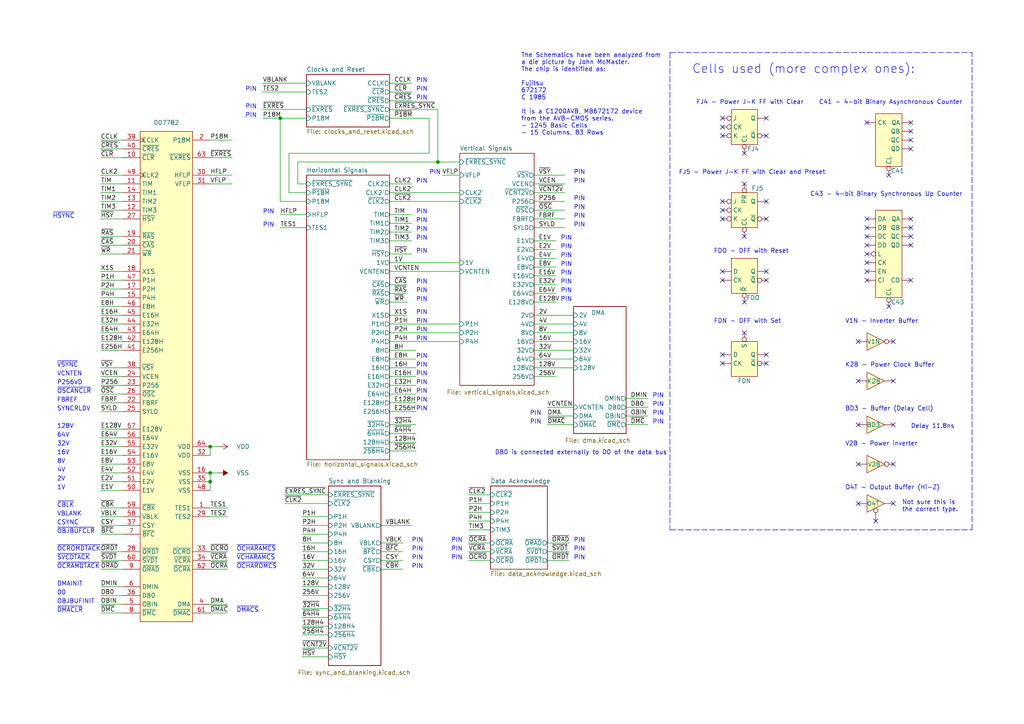
<source format=kicad_sch>
(kicad_sch (version 20231120) (generator "eeschema") (generator_version "8.0")
  (paper "A4")
  (title_block (title "Konami 007782") (date "2023-08-09") (company "Ulf Skutnabba, twitter: @skutis77"))
  (lib_symbols
    (symbol "ga_fujitsu_av:BD3"
      (property "Reference" "U" (at 0 3.81 0))
      (property "Value" "BD3" (at -0.635 0 0))
      (symbol "BD3_1_1"
        (polyline (pts (xy -2.54 2.54) (xy -2.54 -2.54) (xy 2.54 0) (xy -2.54 2.54)) (fill (type background)))
        (pin input line (at -5.08 0 0) (length 2.54) (name "") (number ""))
        (pin output line (at 5.08 0 180) (length 2.54) (name "") (number ""))
      )
    )
    (symbol "ga_fujitsu_av:C41"
      (property "Reference" "U" (at 0 8.89 0))
      (property "Value" "C41" (at 2.54 -8.89 0))
      (symbol "C41_1_1"
        (rectangle (start -3.81 7.62) (end 3.81 -7.62) (fill (type background)))
        (pin input line (at -6.35 5.08 0) (length 2.54) (name "CK") (number ""))
        (pin input inverted (at 0 -10.16 90) (length 2.54) (name "CL") (number ""))
        (pin output line (at 6.35 5.08 180) (length 2.54) (name "QA") (number ""))
        (pin output line (at 6.35 2.54 180) (length 2.54) (name "QB") (number ""))
        (pin output line (at 6.35 0 180) (length 2.54) (name "QC") (number ""))
        (pin output line (at 6.35 -2.54 180) (length 2.54) (name "QD") (number ""))
      )
    )
    (symbol "ga_fujitsu_av:C43"
      (property "Reference" "U" (at 0 13.97 0))
      (property "Value" "C43" (at 2.54 -13.97 0))
      (symbol "C43_1_1"
        (rectangle (start -3.81 12.7) (end 3.81 -12.7) (fill (type background)))
        (pin input line (at -6.35 10.16 0) (length 2.54) (name "DA") (number "1"))
        (pin output line (at 6.35 10.16 180) (length 2.54) (name "QA") (number "10"))
        (pin output line (at 6.35 7.62 180) (length 2.54) (name "QB") (number "11"))
        (pin output line (at 6.35 5.08 180) (length 2.54) (name "QC") (number "12"))
        (pin output line (at 6.35 2.54 180) (length 2.54) (name "QD") (number "13"))
        (pin output line (at 6.35 -7.62 180) (length 2.54) (name "CO") (number "14"))
        (pin input line (at -6.35 7.62 0) (length 2.54) (name "DB") (number "2"))
        (pin input line (at -6.35 5.08 0) (length 2.54) (name "DC") (number "3"))
        (pin input line (at -6.35 2.54 0) (length 2.54) (name "DD") (number "4"))
        (pin input inverted (at -6.35 0 0) (length 2.54) (name "L") (number "5"))
        (pin input line (at -6.35 -2.54 0) (length 2.54) (name "CK") (number "6"))
        (pin input line (at -6.35 -5.08 0) (length 2.54) (name "EN") (number "7"))
        (pin input line (at -6.35 -7.62 0) (length 2.54) (name "CI") (number "8"))
        (pin input inverted (at 0 -15.24 90) (length 2.54) (name "CL") (number "9"))
      )
    )
    (symbol "ga_fujitsu_av:FDN"
      (property "Reference" "U" (at 2.54 6.35 0))
      (property "Value" "FDN" (at 0 -6.35 0))
      (symbol "FDN_1_1"
        (rectangle (start -3.81 5.08) (end 3.81 -5.08) (fill (type background)))
        (pin input line (at -6.35 -1.27 0) (length 2.54) (name "CK") (number ""))
        (pin input line (at -6.35 1.27 0) (length 2.54) (name "D") (number ""))
        (pin output line (at 6.35 1.27 180) (length 2.54) (name "Q") (number ""))
        (pin input inverted (at 0 7.62 270) (length 2.54) (name "S") (number ""))
        (pin output inverted (at 6.35 -1.27 180) (length 2.54) (name "~{Q}") (number ""))
      )
    )
    (symbol "ga_fujitsu_av:FDO"
      (property "Reference" "U" (at 2.54 6.35 0))
      (property "Value" "FDO" (at 2.54 -6.35 0))
      (symbol "FDO_1_1"
        (rectangle (start -3.81 5.08) (end 3.81 -5.08) (fill (type background)))
        (pin input line (at -6.35 -1.27 0) (length 2.54) (name "CK") (number ""))
        (pin input line (at -6.35 1.27 0) (length 2.54) (name "D") (number ""))
        (pin output line (at 6.35 1.27 180) (length 2.54) (name "Q") (number ""))
        (pin output inverted (at 6.35 -1.27 180) (length 2.54) (name "~{Q}") (number ""))
        (pin input inverted (at 0 -7.62 90) (length 2.54) (name "~{R}") (number ""))
      )
    )
    (symbol "ga_fujitsu_av:FJ4"
      (property "Reference" "U" (at 1.27 5.08 0))
      (property "Value" "FJ4" (at 2.54 -7.62 0))
      (symbol "FJ4_1_1"
        (rectangle (start -3.81 3.81) (end 3.81 -6.35) (fill (type background)))
        (pin input inverted (at -6.35 -1.27 0) (length 2.54) (name "CK") (number ""))
        (pin input inverted (at 0 -8.89 90) (length 2.54) (name "CL") (number ""))
        (pin input inverted (at -6.35 1.27 0) (length 2.54) (name "J") (number ""))
        (pin input inverted (at -6.35 -3.81 0) (length 2.54) (name "K") (number ""))
        (pin output line (at 6.35 1.27 180) (length 2.54) (name "Q") (number ""))
        (pin output inverted (at 6.35 -3.81 180) (length 2.54) (name "~{Q}") (number ""))
      )
    )
    (symbol "ga_fujitsu_av:FJ5"
      (property "Reference" "U" (at -2.54 6.35 0))
      (property "Value" "FJ5" (at 3.81 6.35 0))
      (symbol "FJ5_1_1"
        (rectangle (start -3.81 5.08) (end 3.81 -5.08) (fill (type background)))
        (pin input inverted (at -6.35 0 0) (length 2.54) (name "CK") (number ""))
        (pin input inverted (at 0 -7.62 90) (length 2.54) (name "CL") (number ""))
        (pin input inverted (at -6.35 2.54 0) (length 2.54) (name "J") (number ""))
        (pin input inverted (at -6.35 -2.54 0) (length 2.54) (name "K") (number ""))
        (pin input inverted (at 0 7.62 270) (length 2.54) (name "PR") (number ""))
        (pin output line (at 6.35 2.54 180) (length 2.54) (name "Q") (number ""))
        (pin output inverted (at 6.35 -2.54 180) (length 2.54) (name "~{Q}") (number ""))
      )
    )
    (symbol "ga_fujitsu_av:K2B"
      (property "Reference" "U" (at 0 3.81 0))
      (property "Value" "K2B" (at -0.5535 -0.0832 0))
      (symbol "K2B_1_1"
        (polyline (pts (xy -2.54 2.54) (xy -2.54 -2.54) (xy 2.54 0) (xy -2.54 2.54)) (fill (type background)))
        (pin input line (at -5.08 0 0) (length 2.54) (name "") (number ""))
        (pin output line (at 5.08 0 180) (length 2.54) (name "") (number ""))
      )
    )
    (symbol "ga_fujitsu_av:O4T"
      (property "Reference" "U" (at 0 2.54 0))
      (property "Value" "O4T" (at -0.762 0 0))
      (symbol "O4T_1_1"
        (polyline (pts (xy -2.54 2.54) (xy -2.54 -2.54) (xy 2.54 0) (xy -2.54 2.54)) (fill (type background)))
        (pin input line (at -5.08 0 0) (length 2.54) (name "") (number ""))
        (pin input inverted (at 0 -5.08 90) (length 3.683) (name "") (number ""))
        (pin output line (at 5.08 0 180) (length 2.54) (name "") (number ""))
      )
    )
    (symbol "ga_fujitsu_av:V1N"
      (property "Reference" "U" (at 0 2.54 0))
      (property "Value" "V1N" (at 0 -3.81 0))
      (symbol "V1N_1_1"
        (polyline (pts (xy -2.54 2.54) (xy -2.54 -2.54) (xy 2.54 0) (xy -2.54 2.54)) (fill (type background)))
        (pin input line (at -5.08 0 0) (length 2.54) (name "") (number ""))
        (pin output inverted (at 5.08 0 180) (length 2.54) (name "") (number ""))
      )
    )
    (symbol "ga_fujitsu_av:V2B"
      (property "Reference" "U" (at 0 3.81 0))
      (property "Value" "V2B" (at 1.27 6.35 0))
      (symbol "V2B_1_1"
        (polyline (pts (xy -2.54 2.54) (xy -2.54 -2.54) (xy 2.54 0) (xy -2.54 2.54)) (fill (type background)))
        (pin input line (at -5.08 0 0) (length 2.54) (name "") (number ""))
        (pin output inverted (at 5.08 0 180) (length 2.54) (name "") (number ""))
      )
    )
    (symbol "ga_konami:007782_internal"
      (property "Reference" "U" (at 0 74.93 0))
      (property "Value" "007782" (at 0 72.39 0))
      (symbol "007782_internal_0_1"
        (rectangle (start -7.62 71.12) (end 7.62 -71.12) (fill (type background)))
      )
      (symbol "007782_internal_1_1"
        (pin output line (at 12.7 -38.1 180) (length 5.08) (name "TES1") (number "1"))
        (pin input line (at -12.7 63.5 0) (length 5.08) (name "~{CLR}") (number "10"))
        (pin input line (at -12.7 55.88 0) (length 5.08) (name "TIM") (number "11"))
        (pin input line (at -12.7 48.26 0) (length 5.08) (name "TIM3") (number "12"))
        (pin input line (at -12.7 50.8 0) (length 5.08) (name "TIM2") (number "13"))
        (pin input line (at -12.7 53.34 0) (length 5.08) (name "TIM1") (number "14"))
        (pin input line (at -12.7 22.86 0) (length 5.08) (name "P4H") (number "15"))
        (pin power_out line (at 12.7 -27.94 180) (length 5.08) (name "VSS") (number "16"))
        (pin input line (at -12.7 25.4 0) (length 5.08) (name "P2H") (number "17"))
        (pin input line (at -12.7 30.48 0) (length 5.08) (name "X1S") (number "18"))
        (pin input line (at -12.7 40.64 0) (length 5.08) (name "~{RAS}") (number "19"))
        (pin output line (at 12.7 68.58 180) (length 5.08) (name "P18M") (number "2"))
        (pin input line (at -12.7 38.1 0) (length 5.08) (name "~{CAS}") (number "20"))
        (pin input line (at -12.7 35.56 0) (length 5.08) (name "~{WR}") (number "21"))
        (pin input line (at -12.7 -7.62 0) (length 5.08) (name "FBRF") (number "22"))
        (pin input line (at -12.7 -2.54 0) (length 5.08) (name "P256") (number "23"))
        (pin input line (at -12.7 0 0) (length 5.08) (name "VCEN") (number "24"))
        (pin input line (at -12.7 -10.16 0) (length 5.08) (name "SYLD") (number "25"))
        (pin input line (at -12.7 -5.08 0) (length 5.08) (name "~{OSC}") (number "26"))
        (pin input line (at -12.7 45.72 0) (length 5.08) (name "~{HSY}") (number "27"))
        (pin input line (at -12.7 -50.8 0) (length 5.08) (name "~{ORDT}") (number "28"))
        (pin output line (at 12.7 -40.64 180) (length 5.08) (name "TES2") (number "29"))
        (pin output line (at 12.7 58.42 180) (length 5.08) (name "HFLP") (number "30"))
        (pin output line (at 12.7 55.88 180) (length 5.08) (name "VFLP") (number "31"))
        (pin power_out line (at 12.7 -22.86 180) (length 5.08) (name "VDD") (number "32"))
        (pin output line (at 12.7 -50.8 180) (length 5.08) (name "~{OCRO}") (number "33"))
        (pin output line (at 12.7 -53.34 180) (length 5.08) (name "~{VCRA}") (number "34"))
        (pin power_out line (at 12.7 -30.48 180) (length 5.08) (name "VSS") (number "35"))
        (pin input line (at -12.7 -63.5 0) (length 5.08) (name "DB0") (number "36"))
        (pin input line (at -12.7 -43.18 0) (length 5.08) (name "CSY") (number "37"))
        (pin input line (at -12.7 2.54 0) (length 5.08) (name "~{VSY}") (number "38"))
        (pin input clock (at -12.7 68.58 0) (length 5.08) (name "CCLK") (number "39"))
        (pin output line (at 12.7 -66.04 180) (length 5.08) (name "DMA") (number "4"))
        (pin input line (at -12.7 66.04 0) (length 5.08) (name "~{CRES}") (number "40"))
        (pin input line (at -12.7 7.62 0) (length 5.08) (name "E256H") (number "41"))
        (pin input line (at -12.7 10.16 0) (length 5.08) (name "E128H") (number "42"))
        (pin input line (at -12.7 12.7 0) (length 5.08) (name "E64H") (number "43"))
        (pin input line (at -12.7 15.24 0) (length 5.08) (name "E32H") (number "44"))
        (pin input line (at -12.7 17.78 0) (length 5.08) (name "E16H") (number "45"))
        (pin input line (at -12.7 20.32 0) (length 5.08) (name "E8H") (number "46"))
        (pin input line (at -12.7 27.94 0) (length 5.08) (name "P1H") (number "47"))
        (pin power_out line (at 12.7 -33.02 180) (length 5.08) (name "VSS") (number "48"))
        (pin input clock (at -12.7 58.42 0) (length 5.08) (name "CLK2") (number "49"))
        (pin input line (at -12.7 -66.04 0) (length 5.08) (name "OBIN") (number "5"))
        (pin input line (at -12.7 -33.02 0) (length 5.08) (name "E1V") (number "50"))
        (pin input line (at -12.7 -30.48 0) (length 5.08) (name "E2V") (number "51"))
        (pin input line (at -12.7 -27.94 0) (length 5.08) (name "E4V") (number "52"))
        (pin input line (at -12.7 -25.4 0) (length 5.08) (name "E8V") (number "53"))
        (pin input line (at -12.7 -22.86 0) (length 5.08) (name "E16V") (number "54"))
        (pin input line (at -12.7 -20.32 0) (length 5.08) (name "E32V") (number "55"))
        (pin input line (at -12.7 -17.78 0) (length 5.08) (name "E64V") (number "56"))
        (pin input line (at -12.7 -15.24 0) (length 5.08) (name "E128V") (number "57"))
        (pin input line (at -12.7 -40.64 0) (length 5.08) (name "VBLK") (number "58"))
        (pin input line (at -12.7 -38.1 0) (length 5.08) (name "~{CBK}") (number "59"))
        (pin input line (at -12.7 -60.96 0) (length 5.08) (name "DMIN") (number "6"))
        (pin input line (at -12.7 -53.34 0) (length 5.08) (name "~{SVDT}") (number "60"))
        (pin output line (at 12.7 -68.58 180) (length 5.08) (name "~{DMAC}") (number "61"))
        (pin output line (at 12.7 -55.88 180) (length 5.08) (name "~{OCRA}") (number "62"))
        (pin output line (at 12.7 63.5 180) (length 5.08) (name "~{EXRES}") (number "63"))
        (pin power_out line (at 12.7 -20.32 180) (length 5.08) (name "VDD") (number "64"))
        (pin input line (at -12.7 -45.72 0) (length 5.08) (name "~{BFC}") (number "7"))
        (pin input line (at -12.7 -68.58 0) (length 5.08) (name "~{DMC}") (number "8"))
        (pin input line (at -12.7 -55.88 0) (length 5.08) (name "~{ORAD}") (number "9"))
      )
    )
    (symbol "power:VDD" (power) (pin_names (offset 0))
      (property "Value" "VDD" (at 0 3.81 0))
      (symbol "VDD_0_1"
        (polyline (pts (xy -0.762 1.27) (xy 0 2.54)))
        (polyline (pts (xy 0 0) (xy 0 2.54)))
        (polyline (pts (xy 0 2.54) (xy 0.762 1.27)))
      )
      (symbol "VDD_1_1"
        (pin power_in line (at 0 0 90) (length 0) hide (name "VDD") (number "1"))
      )
    )
    (symbol "power:VSS" (power) (pin_names (offset 0))
      (property "Value" "VSS" (at 0 3.81 0))
      (symbol "VSS_0_1"
        (polyline (pts (xy 0 0) (xy 0 2.54)))
        (polyline (pts (xy 0.762 1.27) (xy -0.762 1.27) (xy 0 2.54) (xy 0.762 1.27)) (fill (type outline)))
      )
      (symbol "VSS_1_1"
        (pin power_in line (at 0 0 90) (length 0) hide (name "VSS") (number "1"))
      )
    )
  )
  (junction (at 127 46.99))
  (junction (at 60.96 129.54))
  (junction (at 60.96 139.7))
  (junction (at 81.28 34.29))
  (junction (at 60.96 137.16))
  (no_connect (at 251.46 73.66))
  (no_connect (at 251.46 68.58))
  (no_connect (at 215.9 96.52))
  (no_connect (at 209.55 81.28))
  (no_connect (at 209.55 102.87))
  (no_connect (at 257.81 50.8))
  (no_connect (at 209.55 105.41))
  (no_connect (at 222.25 81.28))
  (no_connect (at 222.25 105.41))
  (no_connect (at 222.25 39.37))
  (no_connect (at 251.46 66.04))
  (no_connect (at 264.16 66.04))
  (no_connect (at 222.25 102.87))
  (no_connect (at 248.92 110.49))
  (no_connect (at 264.16 71.12))
  (no_connect (at 259.08 123.19))
  (no_connect (at 251.46 35.56))
  (no_connect (at 264.16 35.56))
  (no_connect (at 248.92 99.06))
  (no_connect (at 209.55 34.29))
  (no_connect (at 259.08 134.62))
  (no_connect (at 264.16 43.18))
  (no_connect (at 251.46 71.12))
  (no_connect (at 264.16 81.28))
  (no_connect (at 251.46 78.74))
  (no_connect (at 209.55 78.74))
  (no_connect (at 251.46 63.5))
  (no_connect (at 248.92 134.62))
  (no_connect (at 264.16 68.58))
  (no_connect (at 251.46 81.28))
  (no_connect (at 254 151.13))
  (no_connect (at 209.55 63.5))
  (no_connect (at 259.08 99.06))
  (no_connect (at 259.08 146.05))
  (no_connect (at 215.9 44.45))
  (no_connect (at 209.55 60.96))
  (no_connect (at 248.92 146.05))
  (no_connect (at 248.92 123.19))
  (no_connect (at 259.08 110.49))
  (no_connect (at 209.55 58.42))
  (no_connect (at 251.46 76.2))
  (no_connect (at 264.16 40.64))
  (no_connect (at 215.9 53.34))
  (no_connect (at 222.25 58.42))
  (no_connect (at 209.55 36.83))
  (no_connect (at 222.25 63.5))
  (no_connect (at 215.9 87.63))
  (no_connect (at 222.25 34.29))
  (no_connect (at 257.81 88.9))
  (no_connect (at 209.55 39.37))
  (no_connect (at 222.25 78.74))
  (no_connect (at 215.9 68.58))
  (no_connect (at 264.16 63.5))
  (no_connect (at 264.16 38.1))
  (wire (pts (xy 135.89 143.51) (xy 142.24 143.51)))
  (wire (pts (xy 60.96 162.56) (xy 66.04 162.56)))
  (wire (pts (xy 29.21 101.6) (xy 35.56 101.6)))
  (wire (pts (xy 135.89 146.05) (xy 142.24 146.05)))
  (wire (pts (xy 29.21 147.32) (xy 35.56 147.32)))
  (wire (pts (xy 113.03 24.13) (xy 119.38 24.13)))
  (wire (pts (xy 83.82 44.45) (xy 124.46 44.45)))
  (wire (pts (xy 60.96 40.64) (xy 67.31 40.64)))
  (wire (pts (xy 113.03 67.31) (xy 119.38 67.31)))
  (wire (pts (xy 154.94 66.04) (xy 163.83 66.04)))
  (wire (pts (xy 83.82 55.88) (xy 88.9 55.88)))
  (wire (pts (xy 29.21 96.52) (xy 35.56 96.52)))
  (wire (pts (xy 87.63 152.4) (xy 95.25 152.4)))
  (wire (pts (xy 29.21 152.4) (xy 35.56 152.4)))
  (wire (pts (xy 29.21 106.68) (xy 35.56 106.68)))
  (wire (pts (xy 154.94 106.68) (xy 166.37 106.68)))
  (wire (pts (xy 181.61 115.57) (xy 187.96 115.57)))
  (wire (pts (xy 154.94 101.6) (xy 166.37 101.6)))
  (wire (pts (xy 76.2 31.75) (xy 88.9 31.75)))
  (wire (pts (xy 29.21 172.72) (xy 35.56 172.72)))
  (wire (pts (xy 29.21 60.96) (xy 35.56 60.96)))
  (wire (pts (xy 29.21 40.64) (xy 35.56 40.64)))
  (wire (pts (xy 76.2 24.13) (xy 88.9 24.13)))
  (wire (pts (xy 124.46 34.29) (xy 124.46 44.45)))
  (wire (pts (xy 29.21 109.22) (xy 35.56 109.22)))
  (wire (pts (xy 29.21 116.84) (xy 35.56 116.84)))
  (wire (pts (xy 88.9 58.42) (xy 81.28 58.42)))
  (wire (pts (xy 113.03 26.67) (xy 119.38 26.67)))
  (wire (pts (xy 87.63 157.48) (xy 95.25 157.48)))
  (wire (pts (xy 113.03 125.73) (xy 120.65 125.73)))
  (wire (pts (xy 113.03 34.29) (xy 124.46 34.29)))
  (wire (pts (xy 29.21 154.94) (xy 35.56 154.94)))
  (wire (pts (xy 154.94 77.47) (xy 161.29 77.47)))
  (wire (pts (xy 87.63 149.86) (xy 95.25 149.86)))
  (wire (pts (xy 82.55 143.51) (xy 95.25 143.51)))
  (wire (pts (xy 29.21 91.44) (xy 35.56 91.44)))
  (wire (pts (xy 113.03 29.21) (xy 119.38 29.21)))
  (wire (pts (xy 29.21 177.8) (xy 35.56 177.8)))
  (wire (pts (xy 60.96 45.72) (xy 67.31 45.72)))
  (wire (pts (xy 29.21 129.54) (xy 35.56 129.54)))
  (wire (pts (xy 110.49 165.1) (xy 116.84 165.1)))
  (wire (pts (xy 110.49 152.4) (xy 119.38 152.4)))
  (wire (pts (xy 113.03 104.14) (xy 120.65 104.14)))
  (wire (pts (xy 87.63 187.96) (xy 95.25 187.96)))
  (wire (pts (xy 113.03 55.88) (xy 133.35 55.88)))
  (wire (pts (xy 29.21 45.72) (xy 35.56 45.72)))
  (wire (pts (xy 83.82 55.88) (xy 83.82 44.45)))
  (wire (pts (xy 154.94 80.01) (xy 161.29 80.01)))
  (wire (pts (xy 87.63 190.5) (xy 95.25 190.5)))
  (wire (pts (xy 29.21 78.74) (xy 35.56 78.74)))
  (wire (pts (xy 181.61 120.65) (xy 187.96 120.65)))
  (wire (pts (xy 60.96 50.8) (xy 67.31 50.8)))
  (wire (pts (xy 29.21 86.36) (xy 35.56 86.36)))
  (wire (pts (xy 158.75 118.11) (xy 166.37 118.11)))
  (wire (pts (xy 60.96 137.16) (xy 60.96 139.7)))
  (wire (pts (xy 154.94 55.88) (xy 163.83 55.88)))
  (wire (pts (xy 113.03 82.55) (xy 118.11 82.55)))
  (wire (pts (xy 158.75 120.65) (xy 166.37 120.65)))
  (wire (pts (xy 86.36 53.34) (xy 86.36 46.99)))
  (wire (pts (xy 113.03 78.74) (xy 133.35 78.74)))
  (wire (pts (xy 87.63 179.07) (xy 95.25 179.07)))
  (wire (pts (xy 181.61 123.19) (xy 187.96 123.19)))
  (wire (pts (xy 87.63 167.64) (xy 95.25 167.64)))
  (wire (pts (xy 87.63 176.53) (xy 95.25 176.53)))
  (wire (pts (xy 154.94 91.44) (xy 166.37 91.44)))
  (wire (pts (xy 113.03 73.66) (xy 119.38 73.66)))
  (wire (pts (xy 135.89 153.67) (xy 142.24 153.67)))
  (polyline (pts (xy 194.31 15.24) (xy 194.31 153.67)) (stroke (width 0) (type dash)))
  (wire (pts (xy 87.63 160.02) (xy 95.25 160.02)))
  (wire (pts (xy 113.03 31.75) (xy 127 31.75)))
  (wire (pts (xy 154.94 87.63) (xy 161.29 87.63)))
  (wire (pts (xy 158.75 157.48) (xy 165.1 157.48)))
  (wire (pts (xy 60.96 175.26) (xy 66.04 175.26)))
  (wire (pts (xy 29.21 88.9) (xy 35.56 88.9)))
  (wire (pts (xy 60.96 149.86) (xy 66.04 149.86)))
  (wire (pts (xy 110.49 157.48) (xy 116.84 157.48)))
  (wire (pts (xy 29.21 73.66) (xy 35.56 73.66)))
  (wire (pts (xy 29.21 142.24) (xy 35.56 142.24)))
  (wire (pts (xy 113.03 111.76) (xy 120.65 111.76)))
  (wire (pts (xy 60.96 177.8) (xy 66.04 177.8)))
  (wire (pts (xy 81.28 66.04) (xy 88.9 66.04)))
  (wire (pts (xy 113.03 87.63) (xy 118.11 87.63)))
  (wire (pts (xy 29.21 53.34) (xy 35.56 53.34)))
  (wire (pts (xy 128.27 50.8) (xy 133.35 50.8)))
  (wire (pts (xy 110.49 162.56) (xy 116.84 162.56)))
  (wire (pts (xy 113.03 99.06) (xy 133.35 99.06)))
  (wire (pts (xy 113.03 116.84) (xy 120.65 116.84)))
  (wire (pts (xy 63.5 129.54) (xy 60.96 129.54)))
  (wire (pts (xy 60.96 147.32) (xy 66.04 147.32)))
  (wire (pts (xy 29.21 139.7) (xy 35.56 139.7)))
  (wire (pts (xy 181.61 118.11) (xy 187.96 118.11)))
  (wire (pts (xy 154.94 99.06) (xy 166.37 99.06)))
  (wire (pts (xy 113.03 128.27) (xy 120.65 128.27)))
  (wire (pts (xy 29.21 93.98) (xy 35.56 93.98)))
  (wire (pts (xy 81.28 34.29) (xy 81.28 58.42)))
  (wire (pts (xy 29.21 99.06) (xy 35.56 99.06)))
  (wire (pts (xy 113.03 106.68) (xy 120.65 106.68)))
  (wire (pts (xy 29.21 58.42) (xy 35.56 58.42)))
  (wire (pts (xy 154.94 109.22) (xy 161.29 109.22)))
  (wire (pts (xy 158.75 162.56) (xy 165.1 162.56)))
  (wire (pts (xy 87.63 162.56) (xy 95.25 162.56)))
  (wire (pts (xy 113.03 96.52) (xy 133.35 96.52)))
  (wire (pts (xy 87.63 165.1) (xy 95.25 165.1)))
  (wire (pts (xy 29.21 83.82) (xy 35.56 83.82)))
  (wire (pts (xy 158.75 160.02) (xy 165.1 160.02)))
  (wire (pts (xy 154.94 82.55) (xy 161.29 82.55)))
  (wire (pts (xy 88.9 53.34) (xy 86.36 53.34)))
  (wire (pts (xy 29.21 160.02) (xy 35.56 160.02)))
  (wire (pts (xy 29.21 81.28) (xy 35.56 81.28)))
  (wire (pts (xy 154.94 63.5) (xy 163.83 63.5)))
  (wire (pts (xy 29.21 134.62) (xy 35.56 134.62)))
  (wire (pts (xy 154.94 60.96) (xy 163.83 60.96)))
  (wire (pts (xy 113.03 64.77) (xy 119.38 64.77)))
  (wire (pts (xy 154.94 104.14) (xy 166.37 104.14)))
  (wire (pts (xy 29.21 50.8) (xy 35.56 50.8)))
  (wire (pts (xy 154.94 72.39) (xy 161.29 72.39)))
  (wire (pts (xy 86.36 46.99) (xy 127 46.99)))
  (wire (pts (xy 113.03 69.85) (xy 119.38 69.85)))
  (wire (pts (xy 113.03 130.81) (xy 120.65 130.81)))
  (wire (pts (xy 60.96 139.7) (xy 60.96 142.24)))
  (wire (pts (xy 29.21 149.86) (xy 35.56 149.86)))
  (wire (pts (xy 127 31.75) (xy 127 46.99)))
  (wire (pts (xy 113.03 119.38) (xy 120.65 119.38)))
  (wire (pts (xy 76.2 34.29) (xy 81.28 34.29)))
  (wire (pts (xy 60.96 160.02) (xy 66.04 160.02)))
  (wire (pts (xy 29.21 124.46) (xy 35.56 124.46)))
  (wire (pts (xy 87.63 172.72) (xy 95.25 172.72)))
  (wire (pts (xy 29.21 119.38) (xy 35.56 119.38)))
  (wire (pts (xy 113.03 123.19) (xy 120.65 123.19)))
  (wire (pts (xy 29.21 175.26) (xy 35.56 175.26)))
  (wire (pts (xy 87.63 154.94) (xy 95.25 154.94)))
  (polyline (pts (xy 194.31 153.67) (xy 281.94 153.67)) (stroke (width 0) (type dash)))
  (wire (pts (xy 29.21 165.1) (xy 35.56 165.1)))
  (wire (pts (xy 29.21 71.12) (xy 35.56 71.12)))
  (wire (pts (xy 29.21 43.18) (xy 35.56 43.18)))
  (wire (pts (xy 135.89 162.56) (xy 142.24 162.56)))
  (wire (pts (xy 113.03 76.2) (xy 133.35 76.2)))
  (wire (pts (xy 154.94 50.8) (xy 163.83 50.8)))
  (wire (pts (xy 81.28 62.23) (xy 88.9 62.23)))
  (polyline (pts (xy 281.94 153.67) (xy 281.94 15.24)) (stroke (width 0) (type dash)))
  (wire (pts (xy 154.94 85.09) (xy 161.29 85.09)))
  (wire (pts (xy 113.03 109.22) (xy 120.65 109.22)))
  (wire (pts (xy 154.94 74.93) (xy 161.29 74.93)))
  (wire (pts (xy 135.89 148.59) (xy 142.24 148.59)))
  (wire (pts (xy 60.96 53.34) (xy 67.31 53.34)))
  (wire (pts (xy 87.63 181.61) (xy 95.25 181.61)))
  (wire (pts (xy 154.94 96.52) (xy 166.37 96.52)))
  (wire (pts (xy 76.2 26.67) (xy 88.9 26.67)))
  (wire (pts (xy 60.96 165.1) (xy 66.04 165.1)))
  (wire (pts (xy 135.89 157.48) (xy 142.24 157.48)))
  (polyline (pts (xy 194.31 15.24) (xy 281.94 15.24)) (stroke (width 0) (type dash)))
  (wire (pts (xy 113.03 85.09) (xy 118.11 85.09)))
  (wire (pts (xy 82.55 146.05) (xy 95.25 146.05)))
  (wire (pts (xy 113.03 53.34) (xy 119.38 53.34)))
  (wire (pts (xy 154.94 58.42) (xy 163.83 58.42)))
  (wire (pts (xy 29.21 137.16) (xy 35.56 137.16)))
  (wire (pts (xy 110.49 160.02) (xy 116.84 160.02)))
  (wire (pts (xy 29.21 132.08) (xy 35.56 132.08)))
  (wire (pts (xy 113.03 93.98) (xy 133.35 93.98)))
  (wire (pts (xy 154.94 93.98) (xy 166.37 93.98)))
  (wire (pts (xy 135.89 160.02) (xy 142.24 160.02)))
  (wire (pts (xy 113.03 91.44) (xy 118.11 91.44)))
  (wire (pts (xy 29.21 63.5) (xy 35.56 63.5)))
  (wire (pts (xy 127 46.99) (xy 133.35 46.99)))
  (wire (pts (xy 158.75 123.19) (xy 166.37 123.19)))
  (wire (pts (xy 113.03 114.3) (xy 120.65 114.3)))
  (wire (pts (xy 60.96 129.54) (xy 60.96 132.08)))
  (wire (pts (xy 29.21 68.58) (xy 35.56 68.58)))
  (wire (pts (xy 29.21 55.88) (xy 35.56 55.88)))
  (wire (pts (xy 154.94 53.34) (xy 163.83 53.34)))
  (wire (pts (xy 29.21 114.3) (xy 35.56 114.3)))
  (wire (pts (xy 81.28 34.29) (xy 88.9 34.29)))
  (wire (pts (xy 113.03 58.42) (xy 133.35 58.42)))
  (wire (pts (xy 154.94 69.85) (xy 161.29 69.85)))
  (wire (pts (xy 87.63 170.18) (xy 95.25 170.18)))
  (wire (pts (xy 29.21 111.76) (xy 35.56 111.76)))
  (wire (pts (xy 113.03 62.23) (xy 119.38 62.23)))
  (wire (pts (xy 113.03 101.6) (xy 120.65 101.6)))
  (wire (pts (xy 29.21 170.18) (xy 35.56 170.18)))
  (wire (pts (xy 29.21 127) (xy 35.56 127)))
  (wire (pts (xy 87.63 184.15) (xy 95.25 184.15)))
  (wire (pts (xy 63.5 137.16) (xy 60.96 137.16)))
  (wire (pts (xy 29.21 162.56) (xy 35.56 162.56)))
  (wire (pts (xy 135.89 151.13) (xy 142.24 151.13)))
  (text "PIN" (at 119.38 162.56 0) (effects (font (size 1.27 1.27)) (justify left bottom)))
  (text "FJ4 - Power J-K FF with Clear" (at 201.93 30.48 0) (effects (font (size 1.27 1.27)) (justify left bottom)))
  (text "PIN" (at 120.65 87.63 0) (effects (font (size 1.27 1.27)) (justify left bottom)))
  (text "PIN" (at 76.2 62.23 0) (effects (font (size 1.27 1.27)) (justify left bottom)))
  (text "The Schematics have been analyzed from\na die picture by John McMaster.\nThe chip is identified as:\n\nFujitsu\n672172\nC 1985\n\nIt is a C1200AVB, MB672172 device\nfrom the AVB-CMOS series.\n- 1245 Basic Cells\n- 15 Columns, 83 Rows" (at 151.13 39.37 0) (effects (font (size 1.27 1.27)) (justify left bottom)))
  (text "PIN" (at 120.65 119.38 0) (effects (font (size 1.27 1.27)) (justify left bottom)))
  (text "PIN" (at 166.37 60.96 0) (effects (font (size 1.27 1.27)) (justify left bottom)))
  (text "PIN" (at 119.38 157.48 0) (effects (font (size 1.27 1.27)) (justify left bottom)))
  (text "SYNCRLDV" (at 16.51 119.38 0) (effects (font (size 1.27 1.27)) (justify left bottom)))
  (text "~{DMACS}" (at 68.58 177.8 0) (effects (font (size 1.27 1.27)) (justify left bottom)))
  (text "PIN" (at 120.65 99.06 0) (effects (font (size 1.27 1.27)) (justify left bottom)))
  (text "~{SVCDTACK}" (at 16.51 162.56 0) (effects (font (size 1.27 1.27)) (justify left bottom)))
  (text "Cells used (more complex ones):" (at 200.66 21.59 0) (effects (font (size 2.54 2.54)) (justify left bottom)))
  (text "FBREF" (at 16.51 116.84 0) (effects (font (size 1.27 1.27)) (justify left bottom)))
  (text "PIN" (at 120.65 73.66 0) (effects (font (size 1.27 1.27)) (justify left bottom)))
  (text "~{OSCANCLR}" (at 16.51 114.3 0) (effects (font (size 1.27 1.27)) (justify left bottom)))
  (text "~{OBJBUFCLR}" (at 16.51 154.94 0) (effects (font (size 1.27 1.27)) (justify left bottom)))
  (text "~{HSYNC}" (at 15.24 63.5 0) (effects (font (size 1.27 1.27)) (justify left bottom)))
  (text "V1N - Inverter Buffer" (at 245.11 93.98 0) (effects (font (size 1.27 1.27)) (justify left bottom)))
  (text "PIN" (at 120.65 29.21 0) (effects (font (size 1.27 1.27)) (justify left bottom)))
  (text "PIN" (at 120.65 53.34 0) (effects (font (size 1.27 1.27)) (justify left bottom)))
  (text "PIN" (at 162.56 77.47 0) (effects (font (size 1.27 1.27)) (justify left bottom)))
  (text "8V" (at 16.51 134.62 0) (effects (font (size 1.27 1.27)) (justify left bottom)))
  (text "PIN" (at 120.65 85.09 0) (effects (font (size 1.27 1.27)) (justify left bottom)))
  (text "PIN" (at 166.37 50.8 0) (effects (font (size 1.27 1.27)) (justify left bottom)))
  (text "PIN" (at 130.81 160.02 0) (effects (font (size 1.27 1.27)) (justify left bottom)))
  (text "VBLANK" (at 16.51 149.86 0) (effects (font (size 1.27 1.27)) (justify left bottom)))
  (text "PIN" (at 71.12 34.29 0) (effects (font (size 1.27 1.27)) (justify left bottom)))
  (text "PIN" (at 120.65 106.68 0) (effects (font (size 1.27 1.27)) (justify left bottom)))
  (text "PIN" (at 76.2 66.04 0) (effects (font (size 1.27 1.27)) (justify left bottom)))
  (text "C41 - 4-bit Binary Asynchronous Counter" (at 237.49 30.48 0) (effects (font (size 1.27 1.27)) (justify left bottom)))
  (text "16V" (at 16.51 132.08 0) (effects (font (size 1.27 1.27)) (justify left bottom)))
  (text "~{OCRAMDTACK}" (at 16.51 165.1 0) (effects (font (size 1.27 1.27)) (justify left bottom)))
  (text "1V" (at 16.51 142.24 0) (effects (font (size 1.27 1.27)) (justify left bottom)))
  (text "O4T - Output Buffer (Hi-Z)" (at 245.11 142.24 0) (effects (font (size 1.27 1.27)) (justify left bottom)))
  (text "FJ5 - Power J-K FF with Clear and Preset " (at 196.85 50.8 0) (effects (font (size 1.27 1.27)) (justify left bottom)))
  (text "PIN" (at 166.37 58.42 0) (effects (font (size 1.27 1.27)) (justify left bottom)))
  (text "PIN" (at 120.65 109.22 0) (effects (font (size 1.27 1.27)) (justify left bottom)))
  (text "PIN" (at 189.23 123.19 0) (effects (font (size 1.27 1.27)) (justify left bottom)))
  (text "PIN" (at 120.65 69.85 0) (effects (font (size 1.27 1.27)) (justify left bottom)))
  (text "C43 - 4-bit Binary Synchronous Up Counter" (at 234.95 57.15 0) (effects (font (size 1.27 1.27)) (justify left bottom)))
  (text "PIN" (at 120.65 114.3 0) (effects (font (size 1.27 1.27)) (justify left bottom)))
  (text "PIN" (at 71.12 31.75 0) (effects (font (size 1.27 1.27)) (justify left bottom)))
  (text "PIN" (at 162.56 80.01 0) (effects (font (size 1.27 1.27)) (justify left bottom)))
  (text "~{DMACLR}" (at 16.51 177.8 0) (effects (font (size 1.27 1.27)) (justify left bottom)))
  (text "PIN" (at 153.67 120.65 0) (effects (font (size 1.27 1.27)) (justify left bottom)))
  (text "~{OCHAROMCS}" (at 68.58 165.1 0) (effects (font (size 1.27 1.27)) (justify left bottom)))
  (text "PIN" (at 120.65 91.44 0) (effects (font (size 1.27 1.27)) (justify left bottom)))
  (text "4V" (at 16.51 137.16 0) (effects (font (size 1.27 1.27)) (justify left bottom)))
  (text "PIN" (at 189.23 120.65 0) (effects (font (size 1.27 1.27)) (justify left bottom)))
  (text "~{CBLK}" (at 16.51 147.32 0) (effects (font (size 1.27 1.27)) (justify left bottom)))
  (text "~{OCHARAMCS}" (at 68.58 160.02 0) (effects (font (size 1.27 1.27)) (justify left bottom)))
  (text "PIN" (at 120.65 96.52 0) (effects (font (size 1.27 1.27)) (justify left bottom)))
  (text "VCNTEN" (at 16.51 109.22 0) (effects (font (size 1.27 1.27)) (justify left bottom)))
  (text "64V" (at 16.51 127 0) (effects (font (size 1.27 1.27)) (justify left bottom)))
  (text "PIN" (at 120.65 104.14 0) (effects (font (size 1.27 1.27)) (justify left bottom)))
  (text "DMAINIT" (at 16.51 170.18 0) (effects (font (size 1.27 1.27)) (justify left bottom)))
  (text "PIN" (at 120.65 111.76 0) (effects (font (size 1.27 1.27)) (justify left bottom)))
  (text "PIN" (at 120.65 67.31 0) (effects (font (size 1.27 1.27)) (justify left bottom)))
  (text "PIN" (at 120.65 93.98 0) (effects (font (size 1.27 1.27)) (justify left bottom)))
  (text "PIN" (at 166.37 157.48 0) (effects (font (size 1.27 1.27)) (justify left bottom)))
  (text "CSYNC" (at 16.51 152.4 0) (effects (font (size 1.27 1.27)) (justify left bottom)))
  (text "PIN" (at 166.37 160.02 0) (effects (font (size 1.27 1.27)) (justify left bottom)))
  (text "P256VD" (at 16.51 111.76 0) (effects (font (size 1.27 1.27)) (justify left bottom)))
  (text "FDO - DFF with Reset" (at 207.01 73.66 0) (effects (font (size 1.27 1.27)) (justify left bottom)))
  (text "PIN" (at 166.37 53.34 0) (effects (font (size 1.27 1.27)) (justify left bottom)))
  (text "PIN" (at 120.65 64.77 0) (effects (font (size 1.27 1.27)) (justify left bottom)))
  (text "D0" (at 16.51 172.72 0) (effects (font (size 1.27 1.27)) (justify left bottom)))
  (text "PIN" (at 153.67 123.19 0) (effects (font (size 1.27 1.27)) (justify left bottom)))
  (text "~{OCROMDTACK}" (at 16.51 160.02 0) (effects (font (size 1.27 1.27)) (justify left bottom)))
  (text "PIN" (at 120.65 62.23 0) (effects (font (size 1.27 1.27)) (justify left bottom)))
  (text "PIN" (at 162.56 82.55 0) (effects (font (size 1.27 1.27)) (justify left bottom)))
  (text "PIN" (at 130.81 162.56 0) (effects (font (size 1.27 1.27)) (justify left bottom)))
  (text "~{VSYNC}" (at 16.51 106.68 0) (effects (font (size 1.27 1.27)) (justify left bottom)))
  (text "PIN" (at 189.23 115.57 0) (effects (font (size 1.27 1.27)) (justify left bottom)))
  (text "~{VCHARAMCS}" (at 68.58 162.56 0) (effects (font (size 1.27 1.27)) (justify left bottom)))
  (text "PIN" (at 119.38 165.1 0) (effects (font (size 1.27 1.27)) (justify left bottom)))
  (text "PIN" (at 120.65 82.55 0) (effects (font (size 1.27 1.27)) (justify left bottom)))
  (text "PIN" (at 119.38 160.02 0) (effects (font (size 1.27 1.27)) (justify left bottom)))
  (text "PIN" (at 162.56 72.39 0) (effects (font (size 1.27 1.27)) (justify left bottom)))
  (text "Not sure this is\nthe correct type." (at 261.62 148.59 0) (effects (font (size 1.27 1.27)) (justify left bottom)))
  (text "PIN" (at 189.23 118.11 0) (effects (font (size 1.27 1.27)) (justify left bottom)))
  (text "PIN" (at 162.56 85.09 0) (effects (font (size 1.27 1.27)) (justify left bottom)))
  (text "PIN" (at 71.12 26.67 0) (effects (font (size 1.27 1.27)) (justify left bottom)))
  (text "PIN" (at 120.65 24.13 0) (effects (font (size 1.27 1.27)) (justify left bottom)))
  (text "PIN" (at 120.65 116.84 0) (effects (font (size 1.27 1.27)) (justify left bottom)))
  (text "128V" (at 16.51 124.46 0) (effects (font (size 1.27 1.27)) (justify left bottom)))
  (text "PIN" (at 124.46 50.8 0) (effects (font (size 1.27 1.27)) (justify left bottom)))
  (text "DB0 is connected externally to D0 of the data bus" (at 143.51 132.08 0) (effects (font (size 1.27 1.27)) (justify left bottom)))
  (text "PIN" (at 162.56 74.93 0) (effects (font (size 1.27 1.27)) (justify left bottom)))
  (text "K2B - Power Clock Buffer" (at 245.11 106.68 0) (effects (font (size 1.27 1.27)) (justify left bottom)))
  (text "BD3 - Buffer (Delay Cell) " (at 245.11 119.38 0) (effects (font (size 1.27 1.27)) (justify left bottom)))
  (text "FDN - DFF with Set" (at 207.01 93.98 0) (effects (font (size 1.27 1.27)) (justify left bottom)))
  (text "PIN" (at 166.37 162.56 0) (effects (font (size 1.27 1.27)) (justify left bottom)))
  (text "PIN" (at 166.37 66.04 0) (effects (font (size 1.27 1.27)) (justify left bottom)))
  (text "PIN" (at 130.81 157.48 0) (effects (font (size 1.27 1.27)) (justify left bottom)))
  (text "PIN" (at 166.37 63.5 0) (effects (font (size 1.27 1.27)) (justify left bottom)))
  (text "PIN" (at 120.65 26.67 0) (effects (font (size 1.27 1.27)) (justify left bottom)))
  (text "32V" (at 16.51 129.54 0) (effects (font (size 1.27 1.27)) (justify left bottom)))
  (text "PIN" (at 162.56 69.85 0) (effects (font (size 1.27 1.27)) (justify left bottom)))
  (text "2V" (at 16.51 139.7 0) (effects (font (size 1.27 1.27)) (justify left bottom)))
  (text "PIN" (at 162.56 87.63 0) (effects (font (size 1.27 1.27)) (justify left bottom)))
  (text "Delay 11.8ns" (at 264.16 124.46 0) (effects (font (size 1.27 1.27)) (justify left bottom)))
  (text "V2B - Power inverter" (at 245.11 129.54 0) (effects (font (size 1.27 1.27)) (justify left bottom)))
  (text "OBJBUFINIT" (at 16.51 175.26 0) (effects (font (size 1.27 1.27)) (justify left bottom)))
  (label "~{CLK2}" (at 135.89 143.51 0))
  (label "P2H" (at 87.63 152.4 0))
  (label "16V" (at 87.63 162.56 0))
  (label "X1S" (at 114.3 91.44 0))
  (label "VBLANK" (at 111.76 152.4 0))
  (label "128H4" (at 87.63 181.61 0))
  (label "TES2" (at 76.2 26.67 0))
  (label "~{HSY}" (at 29.21 63.5 0))
  (label "P18M" (at 76.2 34.29 0))
  (label "32V" (at 156.21 101.6 0))
  (label "E1V" (at 156.21 69.85 0))
  (label "DMIN" (at 182.88 115.57 0))
  (label "~{32H4}" (at 114.3 123.19 0))
  (label "~{CLK2}" (at 114.3 58.42 0))
  (label "P18M" (at 60.96 40.64 0))
  (label "FBRF" (at 29.21 116.84 0))
  (label "~{VCRA}" (at 135.89 160.02 0))
  (label "DMA" (at 60.96 175.26 0))
  (label "~{DMC}" (at 182.88 123.19 0))
  (label "~{RAS}" (at 114.3 85.09 0))
  (label "E8H" (at 29.21 88.9 0))
  (label "~{VCNT2V}" (at 87.63 187.96 0))
  (label "VFLP" (at 128.27 50.8 0))
  (label "~{DMAC}" (at 158.75 123.19 0))
  (label "E64V" (at 29.21 127 0))
  (label "E16H" (at 114.3 109.22 0))
  (label "~{CAS}" (at 29.21 71.12 0))
  (label "TIM1" (at 29.21 55.88 0))
  (label "E64H" (at 29.21 96.52 0))
  (label "~{ORAD}" (at 29.21 165.1 0))
  (label "~{ORDT}" (at 29.21 160.02 0))
  (label "16V" (at 156.21 99.06 0))
  (label "E64H" (at 114.3 114.3 0))
  (label "~{P18M}" (at 114.3 34.29 0))
  (label "P4H" (at 87.63 154.94 0))
  (label "~{VSY}" (at 29.21 106.68 0))
  (label "2V" (at 156.21 91.44 0))
  (label "P2H" (at 29.21 83.82 0))
  (label "~{OCRO}" (at 60.96 160.02 0))
  (label "P4H" (at 114.3 99.06 0))
  (label "E4V" (at 156.21 74.93 0))
  (label "~{BFC}" (at 29.21 154.94 0))
  (label "~{256H4}" (at 114.3 130.81 0))
  (label "E8H" (at 114.3 104.14 0))
  (label "VCNTEN" (at 158.75 118.11 0))
  (label "~{EXRES_SYNC}" (at 114.3 31.75 0))
  (label "~{HSY}" (at 87.63 190.5 0))
  (label "DMIN" (at 29.21 170.18 0))
  (label "~{OSC}" (at 156.21 60.96 0))
  (label "E16V" (at 156.21 80.01 0))
  (label "8H" (at 114.3 101.6 0))
  (label "128V" (at 156.21 106.68 0))
  (label "CLK2" (at 114.3 53.34 0))
  (label "E4V" (at 29.21 137.16 0))
  (label "16H" (at 87.63 160.02 0))
  (label "64V" (at 156.21 104.14 0))
  (label "~{32H4}" (at 87.63 176.53 0))
  (label "~{WR}" (at 29.21 73.66 0))
  (label "P1H" (at 87.63 149.86 0))
  (label "TES1" (at 60.96 147.32 0))
  (label "P256" (at 156.21 58.42 0))
  (label "~{64H4}" (at 87.63 179.07 0))
  (label "CCLK" (at 29.21 40.64 0))
  (label "TES1" (at 81.28 66.04 0))
  (label "~{BFC}" (at 111.76 160.02 0))
  (label "64V" (at 87.63 167.64 0))
  (label "E32V" (at 156.21 82.55 0))
  (label "~{CLR}" (at 29.21 45.72 0))
  (label "~{256H4}" (at 87.63 184.15 0))
  (label "4V" (at 156.21 93.98 0))
  (label "~{OSC}" (at 29.21 114.3 0))
  (label "256V" (at 156.21 109.22 0))
  (label "~{CBK}" (at 111.76 165.1 0))
  (label "E256H" (at 114.3 119.38 0))
  (label "VCEN" (at 29.21 109.22 0))
  (label "E1V" (at 29.21 142.24 0))
  (label "~{CBK}" (at 29.21 147.32 0))
  (label "VBLK" (at 29.21 149.86 0))
  (label "~{VCRA}" (at 60.96 162.56 0))
  (label "E64V" (at 156.21 85.09 0))
  (label "VBLANK" (at 76.2 24.13 0))
  (label "E2V" (at 29.21 139.7 0))
  (label "~{SVDT}" (at 160.02 160.02 0))
  (label "128V" (at 87.63 170.18 0))
  (label "~{DMAC}" (at 60.96 177.8 0))
  (label "HFLP" (at 60.96 50.8 0))
  (label "CLK2'" (at 114.3 55.88 0))
  (label "32V" (at 87.63 165.1 0))
  (label "DB0" (at 29.21 172.72 0))
  (label "X1S" (at 29.21 78.74 0))
  (label "E2V" (at 156.21 72.39 0))
  (label "~{CLK2}" (at 82.55 146.05 0))
  (label "16H" (at 114.3 106.68 0))
  (label "P2H" (at 135.89 148.59 0))
  (label "E8V" (at 156.21 77.47 0))
  (label "E8V" (at 29.21 134.62 0))
  (label "E16V" (at 29.21 132.08 0))
  (label "P4H" (at 29.21 86.36 0))
  (label "VCNTEN" (at 114.3 78.74 0))
  (label "SYLD" (at 156.21 66.04 0))
  (label "~{CAS}" (at 114.3 82.55 0))
  (label "E128H" (at 114.3 116.84 0))
  (label "~{VCNT2V}" (at 156.21 55.88 0))
  (label "8H" (at 87.63 157.48 0))
  (label "P2H" (at 114.3 96.52 0))
  (label "VBLK" (at 111.76 157.48 0))
  (label "TIM3" (at 29.21 60.96 0))
  (label "OBIN" (at 29.21 175.26 0))
  (label "E32V" (at 29.21 129.54 0))
  (label "E32H" (at 114.3 111.76 0))
  (label "CLK2" (at 29.21 50.8 0))
  (label "E128H" (at 29.21 99.06 0))
  (label "VCEN" (at 156.21 53.34 0))
  (label "E128V" (at 156.21 87.63 0))
  (label "~{EXRES}" (at 60.96 45.72 0))
  (label "E32H" (at 29.21 93.98 0))
  (label "VFLP" (at 60.96 53.34 0))
  (label "~{HSY}" (at 114.3 73.66 0))
  (label "~{OCRA}" (at 135.89 157.48 0))
  (label "~{CLR}" (at 114.3 26.67 0))
  (label "HFLP" (at 81.28 62.23 0))
  (label "DMA" (at 158.75 120.65 0))
  (label "~{CRES}" (at 114.3 29.21 0))
  (label "E128V" (at 29.21 124.46 0))
  (label "P1H" (at 114.3 93.98 0))
  (label "~{SVDT}" (at 29.21 162.56 0))
  (label "~{ORAD}" (at 160.02 157.48 0))
  (label "P4H" (at 135.89 151.13 0))
  (label "~{WR}" (at 114.3 87.63 0))
  (label "DB0" (at 182.88 118.11 0))
  (label "1V" (at 114.3 76.2 0))
  (label "CCLK" (at 114.3 24.13 0))
  (label "~{OCRA}" (at 60.96 165.1 0))
  (label "~{VSY}" (at 156.21 50.8 0))
  (label "~{OCRO}" (at 135.89 162.56 0))
  (label "~{ORDT}" (at 160.02 162.56 0))
  (label "~{CRES}" (at 29.21 43.18 0))
  (label "TIM3" (at 135.89 153.67 0))
  (label "TIM" (at 29.21 53.34 0))
  (label "128H4" (at 114.3 128.27 0))
  (label "P256" (at 29.21 111.76 0))
  (label "SYLD" (at 29.21 119.38 0))
  (label "CSY" (at 111.76 162.56 0))
  (label "8V" (at 156.21 96.52 0))
  (label "TIM2" (at 29.21 58.42 0))
  (label "TIM" (at 114.3 62.23 0))
  (label "TIM3" (at 114.3 69.85 0))
  (label "FBRF" (at 156.21 63.5 0))
  (label "TES2" (at 60.96 149.86 0))
  (label "~{EXRES}" (at 76.2 31.75 0))
  (label "~{RAS}" (at 29.21 68.58 0))
  (label "P1H" (at 135.89 146.05 0))
  (label "E256H" (at 29.21 101.6 0))
  (label "CSY" (at 29.21 152.4 0))
  (label "256V" (at 87.63 172.72 0))
  (label "TIM1" (at 114.3 64.77 0))
  (label "TIM2" (at 114.3 67.31 0))
  (label "~{DMC}" (at 29.21 177.8 0))
  (label "OBIN" (at 182.88 120.65 0))
  (label "P1H" (at 29.21 81.28 0))
  (label "~{64H4}" (at 114.3 125.73 0))
  (label "E16H" (at 29.21 91.44 0))
  (label "~{EXRES_SYNC}" (at 82.55 143.51 0))
  (symbol (lib_id "ga_fujitsu_av:C41") (at 257.81 40.64 0) (unit 1)
    (property "Reference" "X989" (effects (hide yes)))
    (property "Value" "C41" (at 260.35 49.53 0))
  )
  (symbol (lib_id "ga_fujitsu_av:O4T") (at 254 146.05 0) (unit 1)
    (property "Reference" "X991" (effects (hide yes)))
    (property "Value" "O4T" (at 253.238 146.05 0))
  )
  (symbol (lib_id "power:VSS") (at 63.5 137.16 270) (unit 1)
    (property "Reference" "#PWR026" (effects (hide yes)))
    (property "Value" "VSS" (at 68.58 137.16 90) (effects (justify left)))
  )
  (symbol (lib_id "ga_konami:007782_internal") (at 48.26 109.22 0) (unit 1)
    (property "Reference" "U1" (effects (hide yes)))
    (property "Value" "007782" (at 48.26 35.56 0))
  )
  (symbol (lib_id "power:VDD") (at 63.5 129.54 270) (unit 1)
    (property "Reference" "#PWR025" (effects (hide yes)))
    (property "Value" "VDD" (at 68.58 129.54 90) (effects (justify left)))
  )
  (symbol (lib_id "ga_fujitsu_av:FJ5") (at 215.9 60.96 0) (unit 1)
    (property "Reference" "X990" (effects (hide yes)))
    (property "Value" "FJ5" (at 219.71 54.61 0))
  )
  (symbol (lib_id "ga_fujitsu_av:BD3") (at 254 123.19 0) (unit 1)
    (property "Reference" "X996" (effects (hide yes)))
    (property "Value" "BD3" (at 253.365 123.19 0))
  )
  (symbol (lib_id "ga_fujitsu_av:C43") (at 257.81 73.66 0) (unit 1)
    (property "Reference" "X993" (effects (hide yes)))
    (property "Value" "C43" (at 260.35 87.63 0))
    (property "Description" "4-bit Binary Synchronous Up Counter" (effects (hide yes)))
  )
  (symbol (lib_id "ga_fujitsu_av:FDO") (at 215.9 80.01 0) (unit 1)
    (property "Reference" "X994" (effects (hide yes)))
    (property "Value" "FDO" (at 218.44 86.36 0))
  )
  (symbol (lib_id "ga_fujitsu_av:K2B") (at 254 110.49 0) (unit 1)
    (property "Reference" "X998" (effects (hide yes)))
    (property "Value" "K2B" (at 253.4465 110.5732 0))
  )
  (symbol (lib_id "ga_fujitsu_av:FDN") (at 215.9 104.14 0) (unit 1)
    (property "Reference" "X992" (effects (hide yes)))
    (property "Value" "FDN" (at 215.9 110.49 0))
  )
  (symbol (lib_id "ga_fujitsu_av:V1N") (at 254 99.06 0) (unit 1)
    (property "Reference" "X999" (effects (hide yes)))
    (property "Value" "V1N" (at 253.3709 99.0771 0))
  )
  (symbol (lib_id "ga_fujitsu_av:V2B") (at 254 134.62 0) (unit 1)
    (property "Reference" "X995" (effects (hide yes)))
    (property "Value" "V2B" (at 253.5334 134.6843 0))
  )
  (symbol (lib_id "ga_fujitsu_av:FJ4") (at 215.9 35.56 0) (unit 1)
    (property "Reference" "X997" (effects (hide yes)))
    (property "Value" "FJ4" (at 218.44 43.18 0))
  )
  (sheet (at 142.24 140.97) (size 16.51 24.13) (stroke (width 0.1524))
    (property "Sheetname" "Data Acknowledge" (at 142.24 140.2584 0) (effects (justify left bottom)))
    (property "Sheetfile" "data_acknowledge.kicad_sch" (at 142.24 165.6846 0) (effects (justify left top)))
    (pin "P1H" input (at 142.24 146.05 180))
    (pin "P2H" input (at 142.24 148.59 180))
    (pin "P4H" input (at 142.24 151.13 180))
    (pin "~{OCRA}" input (at 142.24 157.48 180))
    (pin "TIM3" input (at 142.24 153.67 180))
    (pin "~{CLK2}" input (at 142.24 143.51 180))
    (pin "~{VCRA}" input (at 142.24 160.02 180))
    (pin "~{SVDT}" output (at 158.75 160.02 0))
    (pin "~{ORAD}" output (at 158.75 157.48 0))
    (pin "~{OCRO}" input (at 142.24 162.56 180))
    (pin "~{ORDT}" output (at 158.75 162.56 0))
  )
  (sheet (at 133.35 44.45) (size 21.59 67.31) (stroke (width 0.1524))
    (property "Sheetname" "Vertical Signals" (at 133.35 43.7384 0) (effects (justify left bottom)))
    (property "Sheetfile" "vertical_signals.kicad_sch" (at 129.54 113.03 0) (effects (justify left top)))
    (pin "VCNTEN" input (at 133.35 78.74 180))
    (pin "CLK2'" input (at 133.35 55.88 180))
    (pin "~{CLK2}" input (at 133.35 58.42 180))
    (pin "~{EXRES_SYNC}" input (at 133.35 46.99 180))
    (pin "P2H" input (at 133.35 96.52 180))
    (pin "~{VCNT2V}" output (at 154.94 55.88 0))
    (pin "P4H" input (at 133.35 99.06 180))
    (pin "P1H" input (at 133.35 93.98 180))
    (pin "~{OSC}" output (at 154.94 60.96 0))
    (pin "VCEN" output (at 154.94 53.34 0))
    (pin "VFLP" input (at 133.35 50.8 180))
    (pin "~{VSY}" output (at 154.94 50.8 0))
    (pin "SYLD" output (at 154.94 66.04 0))
    (pin "E128V" output (at 154.94 87.63 0))
    (pin "E64V" output (at 154.94 85.09 0))
    (pin "E1V" output (at 154.94 69.85 0))
    (pin "E2V" output (at 154.94 72.39 0))
    (pin "E4V" output (at 154.94 74.93 0))
    (pin "128V" output (at 154.94 106.68 0))
    (pin "32V" output (at 154.94 101.6 0))
    (pin "64V" output (at 154.94 104.14 0))
    (pin "E16V" output (at 154.94 80.01 0))
    (pin "E8V" output (at 154.94 77.47 0))
    (pin "E32V" output (at 154.94 82.55 0))
    (pin "1V" input (at 133.35 76.2 180))
    (pin "8V" output (at 154.94 96.52 0))
    (pin "2V" output (at 154.94 91.44 0))
    (pin "4V" output (at 154.94 93.98 0))
    (pin "16V" output (at 154.94 99.06 0))
    (pin "P256" output (at 154.94 58.42 0))
    (pin "256V" output (at 154.94 109.22 0))
    (pin "FBRF" output (at 154.94 63.5 0))
  )
  (sheet (at 88.9 50.8) (size 24.13 82.55) (stroke (width 0.1524))
    (property "Sheetname" "Horizontal Signals" (at 88.9 50.0884 0) (effects (justify left bottom)))
    (property "Sheetfile" "horizontal_signals.kicad_sch" (at 88.9 133.9346 0) (effects (justify left top)))
    (pin "P18M" input (at 88.9 58.42 180))
    (pin "TIM3" output (at 113.03 69.85 0))
    (pin "~{P18M}" input (at 88.9 55.88 180))
    (pin "~{EXRES_SYNC}" input (at 88.9 53.34 180))
    (pin "TES1" input (at 88.9 66.04 180))
    (pin "~{HSY}" output (at 113.03 73.66 0))
    (pin "CLK2'" output (at 113.03 55.88 0))
    (pin "CLK2" output (at 113.03 53.34 0))
    (pin "1V" output (at 113.03 76.2 0))
    (pin "VCNTEN" output (at 113.03 78.74 0))
    (pin "X1S" output (at 113.03 91.44 0))
    (pin "~{CLK2}" output (at 113.03 58.42 0))
    (pin "P1H" output (at 113.03 93.98 0))
    (pin "TIM" output (at 113.03 62.23 0))
    (pin "TIM1" output (at 113.03 64.77 0))
    (pin "TIM2" output (at 113.03 67.31 0))
    (pin "~{CAS}" output (at 113.03 82.55 0))
    (pin "~{WR}" output (at 113.03 87.63 0))
    (pin "~{RAS}" output (at 113.03 85.09 0))
    (pin "HFLP" input (at 88.9 62.23 180))
    (pin "~{64H4}" output (at 113.03 125.73 0))
    (pin "~{32H4}" output (at 113.03 123.19 0))
    (pin "128H4" output (at 113.03 128.27 0))
    (pin "~{256H4}" output (at 113.03 130.81 0))
    (pin "8H" output (at 113.03 101.6 0))
    (pin "16H" output (at 113.03 106.68 0))
    (pin "P2H" output (at 113.03 96.52 0))
    (pin "P4H" output (at 113.03 99.06 0))
    (pin "E64H" output (at 113.03 114.3 0))
    (pin "E16H" output (at 113.03 109.22 0))
    (pin "E8H" output (at 113.03 104.14 0))
    (pin "E32H" output (at 113.03 111.76 0))
    (pin "E256H" output (at 113.03 119.38 0))
    (pin "E128H" output (at 113.03 116.84 0))
  )
  (sheet (at 166.37 88.9) (size 15.24 36.83) (stroke (width 0.1524))
    (property "Sheetname" "DMA" (at 171.45 91.44 0) (effects (justify left bottom)))
    (property "Sheetfile" "dma.kicad_sch" (at 163.83 127 0) (effects (justify left top)))
    (pin "~{DMC}" output (at 181.61 123.19 0))
    (pin "OBIN" output (at 181.61 120.65 0))
    (pin "~{DMAC}" input (at 166.37 123.19 180))
    (pin "DMA" input (at 166.37 120.65 180))
    (pin "DB0" output (at 181.61 118.11 0))
    (pin "DMIN" output (at 181.61 115.57 0))
    (pin "2V" input (at 166.37 91.44 180))
    (pin "4V" input (at 166.37 93.98 180))
    (pin "128V" input (at 166.37 106.68 180))
    (pin "64V" input (at 166.37 104.14 180))
    (pin "32V" input (at 166.37 101.6 180))
    (pin "16V" input (at 166.37 99.06 180))
    (pin "8V" input (at 166.37 96.52 180))
    (pin "VCNTEN" input (at 166.37 118.11 180))
  )
  (sheet (at 88.9 21.59) (size 24.13 15.24) (stroke (width 0.1524))
    (property "Sheetname" "Clocks and Reset" (at 88.9 20.8784 0) (effects (justify left bottom)))
    (property "Sheetfile" "clocks_and_reset.kicad_sch" (at 88.9 37.4146 0) (effects (justify left top)))
    (pin "~{EXRES}" input (at 88.9 31.75 180))
    (pin "P18M" input (at 88.9 34.29 180))
    (pin "~{CLR}" output (at 113.03 26.67 0))
    (pin "~{EXRES_SYNC}" output (at 113.03 31.75 0))
    (pin "~{P18M}" output (at 113.03 34.29 0))
    (pin "CCLK" output (at 113.03 24.13 0))
    (pin "TES2" input (at 88.9 26.67 180))
    (pin "VBLANK" input (at 88.9 24.13 180))
    (pin "~{CRES}" output (at 113.03 29.21 0))
  )
  (sheet (at 95.25 140.97) (size 15.24 52.07) (stroke (width 0.1524))
    (property "Sheetname" "Sync and Blanking" (at 95.25 140.2584 0) (effects (justify left bottom)))
    (property "Sheetfile" "sync_and_blanking.kicad_sch" (at 86.36 194.31 0) (effects (justify left top)))
    (pin "16V" input (at 95.25 162.56 180))
    (pin "128V" input (at 95.25 170.18 180))
    (pin "64V" input (at 95.25 167.64 180))
    (pin "32V" input (at 95.25 165.1 180))
    (pin "P4H" input (at 95.25 154.94 180))
    (pin "128H4" input (at 95.25 181.61 180))
    (pin "16H" input (at 95.25 160.02 180))
    (pin "8H" input (at 95.25 157.48 180))
    (pin "~{256H4}" input (at 95.25 184.15 180))
    (pin "~{32H4}" input (at 95.25 176.53 180))
    (pin "P2H" input (at 95.25 152.4 180))
    (pin "P1H" input (at 95.25 149.86 180))
    (pin "~{CLK2}" input (at 95.25 146.05 180))
    (pin "~{EXRES_SYNC}" input (at 95.25 143.51 180))
    (pin "~{64H4}" input (at 95.25 179.07 180))
    (pin "~{VCNT2V}" input (at 95.25 187.96 180))
    (pin "256V" input (at 95.25 172.72 180))
    (pin "~{HSY}" input (at 95.25 190.5 180))
    (pin "CSY" output (at 110.49 162.56 0))
    (pin "~{BFC}" output (at 110.49 160.02 0))
    (pin "~{CBK}" output (at 110.49 165.1 0))
    (pin "VBLK" output (at 110.49 157.48 0))
    (pin "VBLANK" output (at 110.49 152.4 0))
  )
)
</source>
